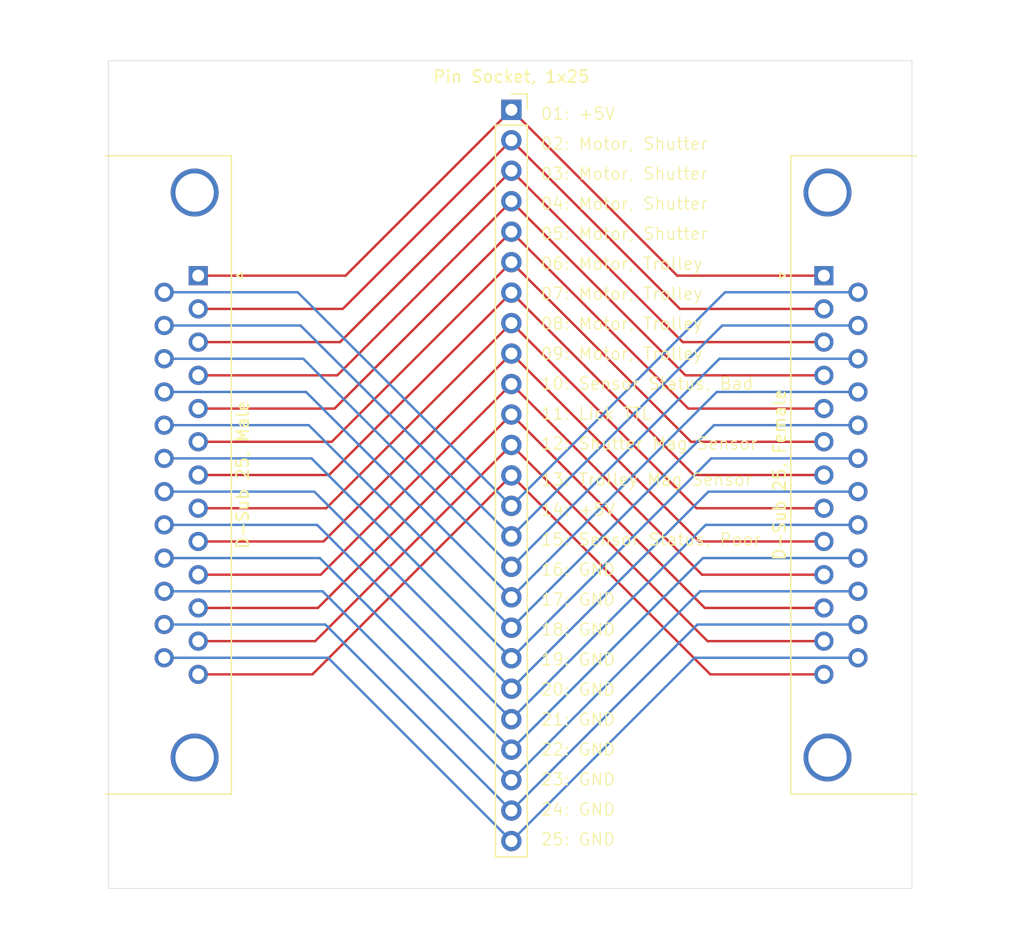
<source format=kicad_pcb>
(kicad_pcb (version 20240108) (generator "pcbnew") (generator_version "8.0")
  (layers (0 "F.Cu" signal) (31 "B.Cu" signal) (34 "B.Paste" user) (35 "F.Paste" user) (36 "B.SilkS" user "B.Silkscreen") (37 "F.SilkS" user "F.Silkscreen") (38 "B.Mask" user) (39 "F.Mask" user) (44 "Edge.Cuts" user))
  (net 0 "")
  (footprint "MountingHole:MountingHole_2mm" (layer "F.Cu") (at 175 70)
    (property "Reference" "REF**" (hide yes))
    (property "Value" "MountingHole_2mm")
    (pad "" np_thru_hole circle (at 0 0) (size 2 2) (drill 2) (layers "*.Cu" "*.Mask"))
  )
  (footprint "Connector_Dsub:DSUB-25_Male_Horizontal_P2.77x2.84mm_EdgePinOffset4.94mm_Housed_MountingHolesOffset7.48mm" (layer "F.Cu") (at 120.5 82.915 -90)
    (property "Reference" "D-Sub 25, Male" (at 16.62 -3.7 90) (layer "F.SilkS"))
    (property "Value" "DSUB-25_Male_Horizontal_P2.77x2.84mm_EdgePinOffset4.94mm_Housed_MountingHolesOffset7.48mm")
    (fp_line (start -9.99 7.72) (end -9.99 -2.76) (stroke (width 0.12)) (layer "F.SilkS"))
    (fp_line (start -9.99 -2.76) (end 43.23 -2.76) (stroke (width 0.12)) (layer "F.SilkS"))
    (fp_line (start 43.23 -2.76) (end 43.23 7.72) (stroke (width 0.12)) (layer "F.SilkS"))
    (fp_line (start 0 -3.221325) (end -0.25 -3.654338) (stroke (width 0.12)) (layer "F.SilkS"))
    (fp_line (start -0.25 -3.654338) (end 0.25 -3.654338) (stroke (width 0.12)) (layer "F.SilkS"))
    (fp_line (start 0.25 -3.654338) (end 0 -3.221325) (stroke (width 0.12)) (layer "F.SilkS"))
    (pad "0" thru_hole circle (at -6.93 0.3 270) (size 4 4) (drill 3.2) (layers "*.Cu" "*.Mask"))
    (pad "0" thru_hole circle (at 40.17 0.3 270) (size 4 4) (drill 3.2) (layers "*.Cu" "*.Mask"))
    (pad "1" thru_hole rect (at 0 0 270) (size 1.6 1.6) (drill 1) (layers "*.Cu" "*.Mask"))
    (pad "2" thru_hole circle (at 2.77 0 270) (size 1.6 1.6) (drill 1) (layers "*.Cu" "*.Mask"))
    (pad "3" thru_hole circle (at 5.54 0 270) (size 1.6 1.6) (drill 1) (layers "*.Cu" "*.Mask"))
    (pad "4" thru_hole circle (at 8.31 0 270) (size 1.6 1.6) (drill 1) (layers "*.Cu" "*.Mask"))
    (pad "5" thru_hole circle (at 11.08 0 270) (size 1.6 1.6) (drill 1) (layers "*.Cu" "*.Mask"))
    (pad "6" thru_hole circle (at 13.85 0 270) (size 1.6 1.6) (drill 1) (layers "*.Cu" "*.Mask"))
    (pad "7" thru_hole circle (at 16.62 0 270) (size 1.6 1.6) (drill 1) (layers "*.Cu" "*.Mask"))
    (pad "8" thru_hole circle (at 19.39 0 270) (size 1.6 1.6) (drill 1) (layers "*.Cu" "*.Mask"))
    (pad "9" thru_hole circle (at 22.16 0 270) (size 1.6 1.6) (drill 1) (layers "*.Cu" "*.Mask"))
    (pad "10" thru_hole circle (at 24.93 0 270) (size 1.6 1.6) (drill 1) (layers "*.Cu" "*.Mask"))
    (pad "11" thru_hole circle (at 27.7 0 270) (size 1.6 1.6) (drill 1) (layers "*.Cu" "*.Mask"))
    (pad "12" thru_hole circle (at 30.47 0 270) (size 1.6 1.6) (drill 1) (layers "*.Cu" "*.Mask"))
    (pad "13" thru_hole circle (at 33.24 0 270) (size 1.6 1.6) (drill 1) (layers "*.Cu" "*.Mask"))
    (pad "14" thru_hole circle (at 1.385 2.84 270) (size 1.6 1.6) (drill 1) (layers "*.Cu" "*.Mask"))
    (pad "15" thru_hole circle (at 4.155 2.84 270) (size 1.6 1.6) (drill 1) (layers "*.Cu" "*.Mask"))
    (pad "16" thru_hole circle (at 6.925 2.84 270) (size 1.6 1.6) (drill 1) (layers "*.Cu" "*.Mask"))
    (pad "17" thru_hole circle (at 9.695 2.84 270) (size 1.6 1.6) (drill 1) (layers "*.Cu" "*.Mask"))
    (pad "18" thru_hole circle (at 12.465 2.84 270) (size 1.6 1.6) (drill 1) (layers "*.Cu" "*.Mask"))
    (pad "19" thru_hole circle (at 15.235 2.84 270) (size 1.6 1.6) (drill 1) (layers "*.Cu" "*.Mask"))
    (pad "20" thru_hole circle (at 18.005 2.84 270) (size 1.6 1.6) (drill 1) (layers "*.Cu" "*.Mask"))
    (pad "21" thru_hole circle (at 20.775 2.84 270) (size 1.6 1.6) (drill 1) (layers "*.Cu" "*.Mask"))
    (pad "22" thru_hole circle (at 23.545 2.84 270) (size 1.6 1.6) (drill 1) (layers "*.Cu" "*.Mask"))
    (pad "23" thru_hole circle (at 26.315 2.84 270) (size 1.6 1.6) (drill 1) (layers "*.Cu" "*.Mask"))
    (pad "24" thru_hole circle (at 29.085 2.84 270) (size 1.6 1.6) (drill 1) (layers "*.Cu" "*.Mask"))
    (pad "25" thru_hole circle (at 31.855 2.84 270) (size 1.6 1.6) (drill 1) (layers "*.Cu" "*.Mask"))
  )
  (footprint "Connector_Dsub:DSUB-25_Female_Horizontal_P2.77x2.84mm_EdgePinOffset4.94mm_Housed_MountingHolesOffset7.48mm" (layer "F.Cu") (at 172.66 82.915 90)
    (property "Reference" "D-Sub 25, Female" (at -16.62 -3.7 90) (layer "F.SilkS"))
    (property "Value" "DSUB-25_Female_Horizontal_P2.77x2.84mm_EdgePinOffset4.94mm_Housed_MountingHolesOffset7.48mm")
    (fp_line (start 0.25 -3.654338) (end 0 -3.221325) (stroke (width 0.12)) (layer "F.SilkS"))
    (fp_line (start -0.25 -3.654338) (end 0.25 -3.654338) (stroke (width 0.12)) (layer "F.SilkS"))
    (fp_line (start 0 -3.221325) (end -0.25 -3.654338) (stroke (width 0.12)) (layer "F.SilkS"))
    (fp_line (start 9.99 -2.76) (end 9.99 7.72) (stroke (width 0.12)) (layer "F.SilkS"))
    (fp_line (start -43.23 -2.76) (end 9.99 -2.76) (stroke (width 0.12)) (layer "F.SilkS"))
    (fp_line (start -43.23 7.72) (end -43.23 -2.76) (stroke (width 0.12)) (layer "F.SilkS"))
    (pad "0" thru_hole circle (at -40.17 0.3 90) (size 4 4) (drill 3.2) (layers "*.Cu" "*.Mask"))
    (pad "0" thru_hole circle (at 6.93 0.3 90) (size 4 4) (drill 3.2) (layers "*.Cu" "*.Mask"))
    (pad "1" thru_hole rect (at 0 0 90) (size 1.6 1.6) (drill 1) (layers "*.Cu" "*.Mask"))
    (pad "2" thru_hole circle (at -2.77 0 90) (size 1.6 1.6) (drill 1) (layers "*.Cu" "*.Mask"))
    (pad "3" thru_hole circle (at -5.54 0 90) (size 1.6 1.6) (drill 1) (layers "*.Cu" "*.Mask"))
    (pad "4" thru_hole circle (at -8.31 0 90) (size 1.6 1.6) (drill 1) (layers "*.Cu" "*.Mask"))
    (pad "5" thru_hole circle (at -11.08 0 90) (size 1.6 1.6) (drill 1) (layers "*.Cu" "*.Mask"))
    (pad "6" thru_hole circle (at -13.85 0 90) (size 1.6 1.6) (drill 1) (layers "*.Cu" "*.Mask"))
    (pad "7" thru_hole circle (at -16.62 0 90) (size 1.6 1.6) (drill 1) (layers "*.Cu" "*.Mask"))
    (pad "8" thru_hole circle (at -19.39 0 90) (size 1.6 1.6) (drill 1) (layers "*.Cu" "*.Mask"))
    (pad "9" thru_hole circle (at -22.16 0 90) (size 1.6 1.6) (drill 1) (layers "*.Cu" "*.Mask"))
    (pad "10" thru_hole circle (at -24.93 0 90) (size 1.6 1.6) (drill 1) (layers "*.Cu" "*.Mask"))
    (pad "11" thru_hole circle (at -27.7 0 90) (size 1.6 1.6) (drill 1) (layers "*.Cu" "*.Mask"))
    (pad "12" thru_hole circle (at -30.47 0 90) (size 1.6 1.6) (drill 1) (layers "*.Cu" "*.Mask"))
    (pad "13" thru_hole circle (at -33.24 0 90) (size 1.6 1.6) (drill 1) (layers "*.Cu" "*.Mask"))
    (pad "14" thru_hole circle (at -1.385 2.84 90) (size 1.6 1.6) (drill 1) (layers "*.Cu" "*.Mask"))
    (pad "15" thru_hole circle (at -4.155 2.84 90) (size 1.6 1.6) (drill 1) (layers "*.Cu" "*.Mask"))
    (pad "16" thru_hole circle (at -6.925 2.84 90) (size 1.6 1.6) (drill 1) (layers "*.Cu" "*.Mask"))
    (pad "17" thru_hole circle (at -9.695 2.84 90) (size 1.6 1.6) (drill 1) (layers "*.Cu" "*.Mask"))
    (pad "18" thru_hole circle (at -12.465 2.84 90) (size 1.6 1.6) (drill 1) (layers "*.Cu" "*.Mask"))
    (pad "19" thru_hole circle (at -15.235 2.84 90) (size 1.6 1.6) (drill 1) (layers "*.Cu" "*.Mask"))
    (pad "20" thru_hole circle (at -18.005 2.84 90) (size 1.6 1.6) (drill 1) (layers "*.Cu" "*.Mask"))
    (pad "21" thru_hole circle (at -20.775 2.84 90) (size 1.6 1.6) (drill 1) (layers "*.Cu" "*.Mask"))
    (pad "22" thru_hole circle (at -23.545 2.84 90) (size 1.6 1.6) (drill 1) (layers "*.Cu" "*.Mask"))
    (pad "23" thru_hole circle (at -26.315 2.84 90) (size 1.6 1.6) (drill 1) (layers "*.Cu" "*.Mask"))
    (pad "24" thru_hole circle (at -29.085 2.84 90) (size 1.6 1.6) (drill 1) (layers "*.Cu" "*.Mask"))
    (pad "25" thru_hole circle (at -31.855 2.84 90) (size 1.6 1.6) (drill 1) (layers "*.Cu" "*.Mask"))
  )
  (footprint "MountingHole:MountingHole_2mm" (layer "F.Cu") (at 175 129)
    (property "Reference" "REF**" (hide yes))
    (property "Value" "MountingHole_2mm")
    (pad "" np_thru_hole circle (at 0 0) (size 2 2) (drill 2) (layers "*.Cu" "*.Mask"))
  )
  (footprint "MountingHole:MountingHole_2mm" (layer "F.Cu") (at 118 70)
    (property "Reference" "REF**" (hide yes))
    (property "Value" "MountingHole_2mm")
    (pad "" np_thru_hole circle (at 0 0) (size 2 2) (drill 2) (layers "*.Cu" "*.Mask"))
  )
  (footprint "Connector_PinSocket_2.54mm:PinSocket_1x25_P2.54mm_Vertical" (layer "F.Cu") (at 146.605 69.09)
    (property "Reference" "Pin Socket, 1x25" (at 0 -2.77 0) (layer "F.SilkS"))
    (property "Value" "PinSocket_1x25_P2.54mm_Vertical")
    (fp_line (start -1.33 1.27) (end -1.33 62.29) (stroke (width 0.12)) (layer "F.SilkS"))
    (fp_line (start -1.33 1.27) (end 1.33 1.27) (stroke (width 0.12)) (layer "F.SilkS"))
    (fp_line (start -1.33 62.29) (end 1.33 62.29) (stroke (width 0.12)) (layer "F.SilkS"))
    (fp_line (start 0 -1.33) (end 1.33 -1.33) (stroke (width 0.12)) (layer "F.SilkS"))
    (fp_line (start 1.33 -1.33) (end 1.33 0) (stroke (width 0.12)) (layer "F.SilkS"))
    (fp_line (start 1.33 1.27) (end 1.33 62.29) (stroke (width 0.12)) (layer "F.SilkS"))
    (pad "1" thru_hole rect (at 0 0) (size 1.7 1.7) (drill 1) (layers "*.Cu" "*.Mask"))
    (pad "2" thru_hole oval (at 0 2.54) (size 1.7 1.7) (drill 1) (layers "*.Cu" "*.Mask"))
    (pad "3" thru_hole oval (at 0 5.08) (size 1.7 1.7) (drill 1) (layers "*.Cu" "*.Mask"))
    (pad "4" thru_hole oval (at 0 7.62) (size 1.7 1.7) (drill 1) (layers "*.Cu" "*.Mask"))
    (pad "5" thru_hole oval (at 0 10.16) (size 1.7 1.7) (drill 1) (layers "*.Cu" "*.Mask"))
    (pad "6" thru_hole oval (at 0 12.7) (size 1.7 1.7) (drill 1) (layers "*.Cu" "*.Mask"))
    (pad "7" thru_hole oval (at 0 15.24) (size 1.7 1.7) (drill 1) (layers "*.Cu" "*.Mask"))
    (pad "8" thru_hole oval (at 0 17.78) (size 1.7 1.7) (drill 1) (layers "*.Cu" "*.Mask"))
    (pad "9" thru_hole oval (at 0 20.32) (size 1.7 1.7) (drill 1) (layers "*.Cu" "*.Mask"))
    (pad "10" thru_hole oval (at 0 22.86) (size 1.7 1.7) (drill 1) (layers "*.Cu" "*.Mask"))
    (pad "11" thru_hole oval (at 0 25.4) (size 1.7 1.7) (drill 1) (layers "*.Cu" "*.Mask"))
    (pad "12" thru_hole oval (at 0 27.94) (size 1.7 1.7) (drill 1) (layers "*.Cu" "*.Mask"))
    (pad "13" thru_hole oval (at 0 30.48) (size 1.7 1.7) (drill 1) (layers "*.Cu" "*.Mask"))
    (pad "14" thru_hole oval (at 0 33.02) (size 1.7 1.7) (drill 1) (layers "*.Cu" "*.Mask"))
    (pad "15" thru_hole oval (at 0 35.56) (size 1.7 1.7) (drill 1) (layers "*.Cu" "*.Mask"))
    (pad "16" thru_hole oval (at 0 38.1) (size 1.7 1.7) (drill 1) (layers "*.Cu" "*.Mask"))
    (pad "17" thru_hole oval (at 0 40.64) (size 1.7 1.7) (drill 1) (layers "*.Cu" "*.Mask"))
    (pad "18" thru_hole oval (at 0 43.18) (size 1.7 1.7) (drill 1) (layers "*.Cu" "*.Mask"))
    (pad "19" thru_hole oval (at 0 45.72) (size 1.7 1.7) (drill 1) (layers "*.Cu" "*.Mask"))
    (pad "20" thru_hole oval (at 0 48.26) (size 1.7 1.7) (drill 1) (layers "*.Cu" "*.Mask"))
    (pad "21" thru_hole oval (at 0 50.8) (size 1.7 1.7) (drill 1) (layers "*.Cu" "*.Mask"))
    (pad "22" thru_hole oval (at 0 53.34) (size 1.7 1.7) (drill 1) (layers "*.Cu" "*.Mask"))
    (pad "23" thru_hole oval (at 0 55.88) (size 1.7 1.7) (drill 1) (layers "*.Cu" "*.Mask"))
    (pad "24" thru_hole oval (at 0 58.42) (size 1.7 1.7) (drill 1) (layers "*.Cu" "*.Mask"))
    (pad "25" thru_hole oval (at 0 60.96) (size 1.7 1.7) (drill 1) (layers "*.Cu" "*.Mask"))
  )
  (footprint "MountingHole:MountingHole_2mm" (layer "F.Cu") (at 118 129)
    (property "Reference" "REF**" (hide yes))
    (property "Value" "MountingHole_2mm")
    (pad "" np_thru_hole circle (at 0 0) (size 2 2) (drill 2) (layers "*.Cu" "*.Mask"))
  )
  (gr_rect (start 113 65) (end 180 134) (stroke (width 0.05)) (fill none) (layer "Edge.Cuts"))
  (gr_text "01: +5V" (at 149 70 0) (layer "F.SilkS") (effects (font (size 1 1) (thickness 0.1)) (justify left bottom)))
  (gr_text "02: Motor, Shutter" (at 149 72.5 0) (layer "F.SilkS") (effects (font (size 1 1) (thickness 0.1)) (justify left bottom)))
  (gr_text "03: Motor, Shutter" (at 149 75 0) (layer "F.SilkS") (effects (font (size 1 1) (thickness 0.1)) (justify left bottom)))
  (gr_text "25: GND" (at 149 130.5 0) (layer "F.SilkS") (effects (font (size 1 1) (thickness 0.1)) (justify left bottom)))
  (gr_text "04: Motor, Shutter" (at 149 77.5 0) (layer "F.SilkS") (effects (font (size 1 1) (thickness 0.1)) (justify left bottom)))
  (gr_text "12: Shutter Mag Sensor" (at 149 97.5 0) (layer "F.SilkS") (effects (font (size 1 1) (thickness 0.1)) (justify left bottom)))
  (gr_text "20: GND" (at 149 118 0) (layer "F.SilkS") (effects (font (size 1 1) (thickness 0.1)) (justify left bottom)))
  (gr_text "06: Motor, Trolley" (at 149 82.5 0) (layer "F.SilkS") (effects (font (size 1 1) (thickness 0.1)) (justify left bottom)))
  (gr_text "11: Lick TTL" (at 149 95 0) (layer "F.SilkS") (effects (font (size 1 1) (thickness 0.1)) (justify left bottom)))
  (gr_text "19: GND" (at 149 115.5 0) (layer "F.SilkS") (effects (font (size 1 1) (thickness 0.1)) (justify left bottom)))
  (gr_text "13: Trolley Mag Sensor" (at 149 100.5 0) (layer "F.SilkS") (effects (font (size 1 1) (thickness 0.1)) (justify left bottom)))
  (gr_text "21: GND" (at 149 120.5 0) (layer "F.SilkS") (effects (font (size 1 1) (thickness 0.1)) (justify left bottom)))
  (gr_text "24: GND" (at 149 128 0) (layer "F.SilkS") (effects (font (size 1 1) (thickness 0.1)) (justify left bottom)))
  (gr_text "15: Sensor Status, Poor" (at 149 105.5 0) (layer "F.SilkS") (effects (font (size 1 1) (thickness 0.1)) (justify left bottom)))
  (gr_text "10: Sensor Status, Bad" (at 149 92.5 0) (layer "F.SilkS") (effects (font (size 1 1) (thickness 0.1)) (justify left bottom)))
  (gr_text "16: GND" (at 149 108 0) (layer "F.SilkS") (effects (font (size 1 1) (thickness 0.1)) (justify left bottom)))
  (gr_text "22: GND" (at 149 123 0) (layer "F.SilkS") (effects (font (size 1 1) (thickness 0.1)) (justify left bottom)))
  (gr_text "23: GND" (at 149 125.5 0) (layer "F.SilkS") (effects (font (size 1 1) (thickness 0.1)) (justify left bottom)))
  (gr_text "18: GND" (at 149 113 0) (layer "F.SilkS") (effects (font (size 1 1) (thickness 0.1)) (justify left bottom)))
  (gr_text "05: Motor, Shutter" (at 149 80 0) (layer "F.SilkS") (effects (font (size 1 1) (thickness 0.1)) (justify left bottom)))
  (gr_text "17: GND" (at 149 110.5 0) (layer "F.SilkS") (effects (font (size 1 1) (thickness 0.1)) (justify left bottom)))
  (gr_text "14: +5V" (at 149 103 0) (layer "F.SilkS") (effects (font (size 1 1) (thickness 0.1)) (justify left bottom)))
  (gr_text "07: Motor, Trolley" (at 149 85 0) (layer "F.SilkS") (effects (font (size 1 1) (thickness 0.1)) (justify left bottom)))
  (gr_text "08: Motor, Trolley" (at 149 87.5 0) (layer "F.SilkS") (effects (font (size 1 1) (thickness 0.1)) (justify left bottom)))
  (gr_text "09: Motor, Trolley" (at 149 90 0) (layer "F.SilkS") (effects (font (size 1 1) (thickness 0.1)) (justify left bottom)))
  (segment (start 172.66 99.535) (end 161.81 99.535) (width 0.2) (layer "F.Cu") (net 0))
  (segment (start 120.5 116.155) (end 130.02 116.155) (width 0.2) (layer "F.Cu") (net 0))
  (segment (start 172.66 105.075) (end 162.27 105.075) (width 0.2) (layer "F.Cu") (net 0))
  (segment (start 132.55 85.685) (end 146.605 71.63) (width 0.2) (layer "F.Cu") (net 0))
  (segment (start 120.5 96.765) (end 131.63 96.765) (width 0.2) (layer "F.Cu") (net 0))
  (segment (start 120.5 93.995) (end 131.86 93.995) (width 0.2) (layer "F.Cu") (net 0))
  (segment (start 132.09 91.225) (end 146.605 76.71) (width 0.2) (layer "F.Cu") (net 0))
  (segment (start 120.5 99.535) (end 131.4 99.535) (width 0.2) (layer "F.Cu") (net 0))
  (segment (start 161.35 93.995) (end 146.605 79.25) (width 0.2) (layer "F.Cu") (net 0))
  (segment (start 120.5 82.915) (end 132.78 82.915) (width 0.2) (layer "F.Cu") (net 0))
  (segment (start 162.73 110.615) (end 146.605 94.49) (width 0.2) (layer "F.Cu") (net 0))
  (segment (start 160.43 82.915) (end 146.605 69.09) (width 0.2) (layer "F.Cu") (net 0))
  (segment (start 172.66 96.765) (end 161.58 96.765) (width 0.2) (layer "F.Cu") (net 0))
  (segment (start 161.12 91.225) (end 146.605 76.71) (width 0.2) (layer "F.Cu") (net 0))
  (segment (start 130.48 110.615) (end 146.605 94.49) (width 0.2) (layer "F.Cu") (net 0))
  (segment (start 120.5 85.685) (end 132.55 85.685) (width 0.2) (layer "F.Cu") (net 0))
  (segment (start 131.63 96.765) (end 146.605 81.79) (width 0.2) (layer "F.Cu") (net 0))
  (segment (start 172.66 110.615) (end 162.73 110.615) (width 0.2) (layer "F.Cu") (net 0))
  (segment (start 130.02 116.155) (end 146.605 99.57) (width 0.2) (layer "F.Cu") (net 0))
  (segment (start 120.5 107.845) (end 130.71 107.845) (width 0.2) (layer "F.Cu") (net 0))
  (segment (start 172.66 91.225) (end 161.12 91.225) (width 0.2) (layer "F.Cu") (net 0))
  (segment (start 160.89 88.455) (end 146.605 74.17) (width 0.2) (layer "F.Cu") (net 0))
  (segment (start 163.19 116.155) (end 146.605 99.57) (width 0.2) (layer "F.Cu") (net 0))
  (segment (start 120.5 88.455) (end 132.32 88.455) (width 0.2) (layer "F.Cu") (net 0))
  (segment (start 120.5 102.305) (end 131.17 102.305) (width 0.2) (layer "F.Cu") (net 0))
  (segment (start 132.78 82.915) (end 146.605 69.09) (width 0.2) (layer "F.Cu") (net 0))
  (segment (start 162.27 105.075) (end 146.605 89.41) (width 0.2) (layer "F.Cu") (net 0))
  (segment (start 131.86 93.995) (end 146.605 79.25) (width 0.2) (layer "F.Cu") (net 0))
  (segment (start 120.5 110.615) (end 130.48 110.615) (width 0.2) (layer "F.Cu") (net 0))
  (segment (start 162.04 102.305) (end 146.605 86.87) (width 0.2) (layer "F.Cu") (net 0))
  (segment (start 120.5 105.075) (end 130.94 105.075) (width 0.2) (layer "F.Cu") (net 0))
  (segment (start 172.66 116.155) (end 163.19 116.155) (width 0.2) (layer "F.Cu") (net 0))
  (segment (start 172.66 82.915) (end 160.43 82.915) (width 0.2) (layer "F.Cu") (net 0))
  (segment (start 131.4 99.535) (end 146.605 84.33) (width 0.2) (layer "F.Cu") (net 0))
  (segment (start 160.66 85.685) (end 146.605 71.63) (width 0.2) (layer "F.Cu") (net 0))
  (segment (start 172.66 93.995) (end 161.35 93.995) (width 0.2) (layer "F.Cu") (net 0))
  (segment (start 120.5 91.225) (end 132.09 91.225) (width 0.2) (layer "F.Cu") (net 0))
  (segment (start 162.5 107.845) (end 146.605 91.95) (width 0.2) (layer "F.Cu") (net 0))
  (segment (start 172.66 102.305) (end 162.04 102.305) (width 0.2) (layer "F.Cu") (net 0))
  (segment (start 130.25 113.385) (end 146.605 97.03) (width 0.2) (layer "F.Cu") (net 0))
  (segment (start 120.5 113.385) (end 130.25 113.385) (width 0.2) (layer "F.Cu") (net 0))
  (segment (start 161.81 99.535) (end 146.605 84.33) (width 0.2) (layer "F.Cu") (net 0))
  (segment (start 172.66 88.455) (end 160.89 88.455) (width 0.2) (layer "F.Cu") (net 0))
  (segment (start 161.58 96.765) (end 146.605 81.79) (width 0.2) (layer "F.Cu") (net 0))
  (segment (start 130.94 105.075) (end 146.605 89.41) (width 0.2) (layer "F.Cu") (net 0))
  (segment (start 172.66 113.385) (end 162.96 113.385) (width 0.2) (layer "F.Cu") (net 0))
  (segment (start 130.71 107.845) (end 146.605 91.95) (width 0.2) (layer "F.Cu") (net 0))
  (segment (start 131.17 102.305) (end 146.605 86.87) (width 0.2) (layer "F.Cu") (net 0))
  (segment (start 172.66 107.845) (end 162.5 107.845) (width 0.2) (layer "F.Cu") (net 0))
  (segment (start 172.66 85.685) (end 160.66 85.685) (width 0.2) (layer "F.Cu") (net 0))
  (segment (start 132.32 88.455) (end 146.605 74.17) (width 0.2) (layer "F.Cu") (net 0))
  (segment (start 162.96 113.385) (end 146.605 97.03) (width 0.2) (layer "F.Cu") (net 0))
  (segment (start 164.415 84.3) (end 146.605 102.11) (width 0.2) (layer "B.Cu") (net 0))
  (segment (start 117.66 100.92) (end 130.175 100.92) (width 0.2) (layer "B.Cu") (net 0))
  (segment (start 175.5 92.61) (end 163.725 92.61) (width 0.2) (layer "B.Cu") (net 0))
  (segment (start 175.5 95.38) (end 163.495 95.38) (width 0.2) (layer "B.Cu") (net 0))
  (segment (start 162.345 109.23) (end 146.605 124.97) (width 0.2) (layer "B.Cu") (net 0))
  (segment (start 175.5 84.3) (end 164.415 84.3) (width 0.2) (layer "B.Cu") (net 0))
  (segment (start 129.025 87.07) (end 146.605 104.65) (width 0.2) (layer "B.Cu") (net 0))
  (segment (start 129.945 98.15) (end 146.605 114.81) (width 0.2) (layer "B.Cu") (net 0))
  (segment (start 175.5 109.23) (end 162.345 109.23) (width 0.2) (layer "B.Cu") (net 0))
  (segment (start 163.495 95.38) (end 146.605 112.27) (width 0.2) (layer "B.Cu") (net 0))
  (segment (start 175.5 98.15) (end 163.265 98.15) (width 0.2) (layer "B.Cu") (net 0))
  (segment (start 162.115 112) (end 146.605 127.51) (width 0.2) (layer "B.Cu") (net 0))
  (segment (start 117.66 87.07) (end 129.025 87.07) (width 0.2) (layer "B.Cu") (net 0))
  (segment (start 117.66 114.77) (end 131.325 114.77) (width 0.2) (layer "B.Cu") (net 0))
  (segment (start 129.485 92.61) (end 146.605 109.73) (width 0.2) (layer "B.Cu") (net 0))
  (segment (start 175.5 89.84) (end 163.955 89.84) (width 0.2) (layer "B.Cu") (net 0))
  (segment (start 162.805 103.69) (end 146.605 119.89) (width 0.2) (layer "B.Cu") (net 0))
  (segment (start 117.66 95.38) (end 129.715 95.38) (width 0.2) (layer "B.Cu") (net 0))
  (segment (start 117.66 112) (end 131.095 112) (width 0.2) (layer "B.Cu") (net 0))
  (segment (start 117.66 98.15) (end 129.945 98.15) (width 0.2) (layer "B.Cu") (net 0))
  (segment (start 163.035 100.92) (end 146.605 117.35) (width 0.2) (layer "B.Cu") (net 0))
  (segment (start 175.5 112) (end 162.115 112) (width 0.2) (layer "B.Cu") (net 0))
  (segment (start 175.5 106.46) (end 162.575 106.46) (width 0.2) (layer "B.Cu") (net 0))
  (segment (start 163.265 98.15) (end 146.605 114.81) (width 0.2) (layer "B.Cu") (net 0))
  (segment (start 117.66 92.61) (end 129.485 92.61) (width 0.2) (layer "B.Cu") (net 0))
  (segment (start 129.715 95.38) (end 146.605 112.27) (width 0.2) (layer "B.Cu") (net 0))
  (segment (start 162.575 106.46) (end 146.605 122.43) (width 0.2) (layer "B.Cu") (net 0))
  (segment (start 117.66 106.46) (end 130.635 106.46) (width 0.2) (layer "B.Cu") (net 0))
  (segment (start 117.66 89.84) (end 129.255 89.84) (width 0.2) (layer "B.Cu") (net 0))
  (segment (start 164.185 87.07) (end 146.605 104.65) (width 0.2) (layer "B.Cu") (net 0))
  (segment (start 130.635 106.46) (end 146.605 122.43) (width 0.2) (layer "B.Cu") (net 0))
  (segment (start 130.405 103.69) (end 146.605 119.89) (width 0.2) (layer "B.Cu") (net 0))
  (segment (start 161.885 114.77) (end 146.605 130.05) (width 0.2) (layer "B.Cu") (net 0))
  (segment (start 130.865 109.23) (end 146.605 124.97) (width 0.2) (layer "B.Cu") (net 0))
  (segment (start 128.795 84.3) (end 146.605 102.11) (width 0.2) (layer "B.Cu") (net 0))
  (segment (start 163.725 92.61) (end 146.605 109.73) (width 0.2) (layer "B.Cu") (net 0))
  (segment (start 175.5 87.07) (end 164.185 87.07) (width 0.2) (layer "B.Cu") (net 0))
  (segment (start 175.5 100.92) (end 163.035 100.92) (width 0.2) (layer "B.Cu") (net 0))
  (segment (start 163.955 89.84) (end 146.605 107.19) (width 0.2) (layer "B.Cu") (net 0))
  (segment (start 175.5 114.77) (end 161.885 114.77) (width 0.2) (layer "B.Cu") (net 0))
  (segment (start 131.095 112) (end 146.605 127.51) (width 0.2) (layer "B.Cu") (net 0))
  (segment (start 131.325 114.77) (end 146.605 130.05) (width 0.2) (layer "B.Cu") (net 0))
  (segment (start 129.255 89.84) (end 146.605 107.19) (width 0.2) (layer "B.Cu") (net 0))
  (segment (start 117.66 109.23) (end 130.865 109.23) (width 0.2) (layer "B.Cu") (net 0))
  (segment (start 117.66 84.3) (end 128.795 84.3) (width 0.2) (layer "B.Cu") (net 0))
  (segment (start 175.5 103.69) (end 162.805 103.69) (width 0.2) (layer "B.Cu") (net 0))
  (segment (start 130.175 100.92) (end 146.605 117.35) (width 0.2) (layer "B.Cu") (net 0))
  (segment (start 117.66 103.69) (end 130.405 103.69) (width 0.2) (layer "B.Cu") (net 0))
)
</source>
